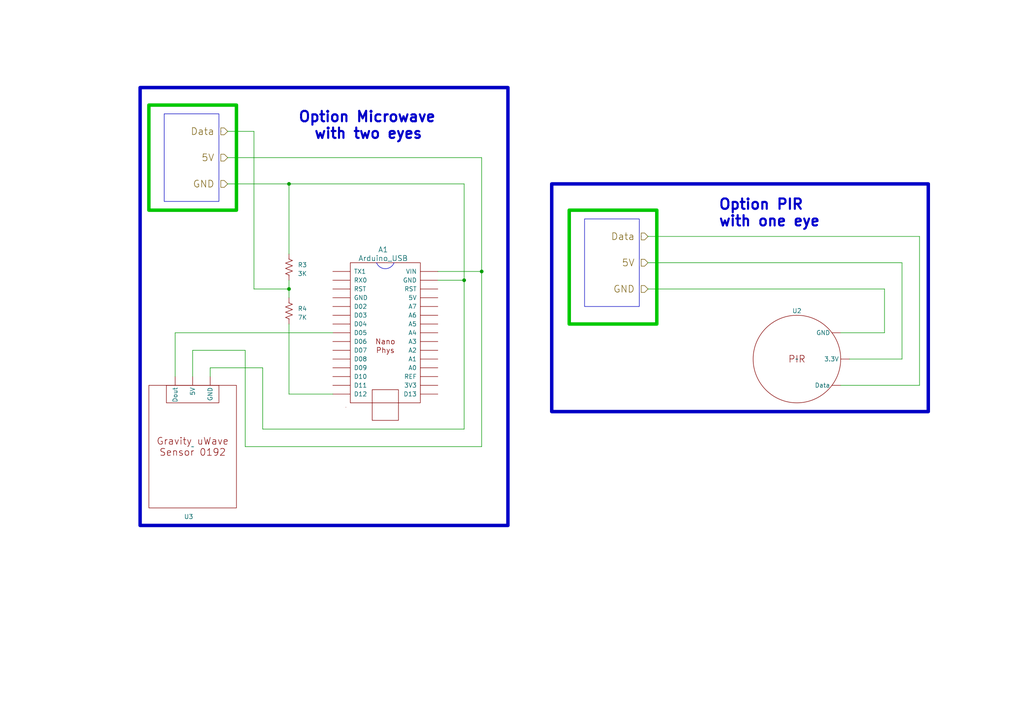
<source format=kicad_sch>
(kicad_sch (version 20230121) (generator eeschema)
  (paper "A4")
  (title_block (title "Skull-Project 1.0") (date "2024-09-19") (rev "1.0") (company "github.com/Mark-MDO47/Skull-Project") (comment 2 "NOTE: Hallowing as from display side (not connector side)"))
  (lib_symbols
    (symbol "Device:R_US" (pin_numbers hide) (pin_names (offset 0))
      (property "Reference" "R" (at 2.54 0 90))
      (property "Value" "R_US" (at -2.54 0 90))
      (symbol "R_US_0_1"
        (polyline (pts (xy 0 -2.286) (xy 0 -2.54)))
        (polyline (pts (xy 0 2.286) (xy 0 2.54)))
        (polyline (pts (xy 0 -0.762) (xy 1.016 -1.143) (xy 0 -1.524) (xy -1.016 -1.905) (xy 0 -2.286)))
        (polyline (pts (xy 0 0.762) (xy 1.016 0.381) (xy 0 0) (xy -1.016 -0.381) (xy 0 -0.762)))
        (polyline (pts (xy 0 2.286) (xy 1.016 1.905) (xy 0 1.524) (xy -1.016 1.143) (xy 0 0.762)))
      )
      (symbol "R_US_1_1"
        (pin passive line (at 0 3.81 270) (length 1.27) (name "~") (number "1"))
        (pin passive line (at 0 -3.81 90) (length 1.27) (name "~") (number "2"))
      )
    )
    (symbol "PIR_2" (pin_numbers hide)
      (property "Reference" "U" (at 0 15.24 0))
      (symbol "PIR_2_0_1"
        (circle (center 0 0) (radius 12.7))
      )
      (symbol "PIR_2_1_1"
        (text "PIR" (at 0 0 0) (effects (font (size 2 2))))
        (pin power_in line (at 15.24 0 180) (length 2.54) (name "3.3V") (number ""))
        (pin output line (at 12.7 -7.62 180) (length 2.54) (name "Data") (number ""))
        (pin power_in line (at 12.7 7.62 180) (length 2.54) (name "GND") (number ""))
      )
    )
    (symbol "mdoLibrary:Arduino_USB" (pin_names (offset 1.016))
      (property "Reference" "A" (at 0 0 0))
      (property "Value" "Arduino_USB" (at 0 2.54 90))
      (symbol "Arduino_USB_0_0"
        (rectangle (start -10.16 20.32) (end 10.16 -20.32))
        (text "Nano" (at 0 -2.54 0) (effects (font (size 1.524 1.524))))
        (text "Phys" (at 0 -5.08 0) (effects (font (size 1.524 1.524))))
      )
      (symbol "Arduino_USB_0_1"
        (rectangle (start -11.43 -21.59) (end -11.43 -21.59))
        (rectangle (start 3.81 -25.4) (end -3.81 -16.51))
      )
      (symbol "Arduino_USB_1_1"
        (pin input line (at 15.24 -15.24 180) (length 5.08) (name "3V3") (number "~"))
        (pin input line (at 15.24 10.16 180) (length 5.08) (name "5V") (number "~"))
        (pin input line (at 15.24 -10.16 180) (length 5.08) (name "A0") (number "~"))
        (pin input line (at 15.24 -7.62 180) (length 5.08) (name "A1") (number "~"))
        (pin input line (at 15.24 -5.08 180) (length 5.08) (name "A2") (number "~"))
        (pin input line (at 15.24 -2.54 180) (length 5.08) (name "A3") (number "~"))
        (pin input line (at 15.24 0 180) (length 5.08) (name "A4") (number "~"))
        (pin input line (at 15.24 2.54 180) (length 5.08) (name "A5") (number "~"))
        (pin input line (at 15.24 5.08 180) (length 5.08) (name "A6") (number "~"))
        (pin input line (at 15.24 7.62 180) (length 5.08) (name "A7") (number "~"))
        (pin input line (at -15.24 7.62 0) (length 5.08) (name "D02") (number "~"))
        (pin input line (at -15.24 5.08 0) (length 5.08) (name "D03") (number "~"))
        (pin input line (at -15.24 2.54 0) (length 5.08) (name "D04") (number "~"))
        (pin input line (at -15.24 0 0) (length 5.08) (name "D05") (number "~"))
        (pin input line (at -15.24 -2.54 0) (length 5.08) (name "D06") (number "~"))
        (pin input line (at -15.24 -5.08 0) (length 5.08) (name "D07") (number "~"))
        (pin input line (at -15.24 -7.62 0) (length 5.08) (name "D08") (number "~"))
        (pin input line (at -15.24 -10.16 0) (length 5.08) (name "D09") (number "~"))
        (pin input line (at -15.24 -12.7 0) (length 5.08) (name "D10") (number "~"))
        (pin input line (at -15.24 -15.24 0) (length 5.08) (name "D11") (number "~"))
        (pin input line (at -15.24 -17.78 0) (length 5.08) (name "D12") (number "~"))
        (pin input line (at 15.24 -17.78 180) (length 5.08) (name "D13") (number "~"))
        (pin input line (at -15.24 10.16 0) (length 5.08) (name "GND") (number "~"))
        (pin input line (at 15.24 15.24 180) (length 5.08) (name "GND") (number "~"))
        (pin input line (at 15.24 -12.7 180) (length 5.08) (name "REF") (number "~"))
        (pin input line (at -15.24 12.7 0) (length 5.08) (name "RST") (number "~"))
        (pin input line (at 15.24 12.7 180) (length 5.08) (name "RST") (number "~"))
        (pin input line (at -15.24 15.24 0) (length 5.08) (name "RX0") (number "~"))
        (pin input line (at -15.24 17.78 0) (length 5.08) (name "TX1") (number "~"))
        (pin input line (at 15.24 17.78 180) (length 5.08) (name "VIN") (number "~"))
      )
    )
    (symbol "mdoLibrary:U" (pin_numbers hide)
      (property "Reference" "U" (at 0 -20.32 0))
      (symbol "U_0_1"
        (rectangle (start -12.7 17.78) (end 12.7 -17.78))
      )
      (symbol "U_1_1"
        (rectangle (start -7.62 17.78) (end 7.62 12.7))
        (text "Gravity uWave\nSensor 0192" (at 0 0 0) (effects (font (size 2 2))))
        (pin input line (at 0 20.32 270) (length 2.54) (name "5V") (number ""))
        (pin output line (at -5.08 20.32 270) (length 2.54) (name "Dout") (number ""))
        (pin input line (at 5.08 20.32 270) (length 2.54) (name "GND") (number ""))
      )
    )
  )
  (junction (at 139.7 78.74))
  (junction (at 83.82 53.34))
  (junction (at 83.82 83.82))
  (junction (at 134.62 81.28))
  (wire (pts (xy 96.52 96.52) (xy 50.8 96.52)))
  (wire (pts (xy 134.62 81.28) (xy 134.62 124.46)))
  (wire (pts (xy 266.7 68.58) (xy 266.7 111.76)))
  (wire (pts (xy 187.96 83.82) (xy 256.54 83.82)))
  (wire (pts (xy 76.2 106.68) (xy 60.96 106.68)))
  (wire (pts (xy 66.04 38.1) (xy 73.66 38.1)))
  (wire (pts (xy 71.12 129.54) (xy 71.12 101.6)))
  (wire (pts (xy 261.62 104.14) (xy 246.38 104.14)))
  (wire (pts (xy 76.2 124.46) (xy 134.62 124.46)))
  (wire (pts (xy 261.62 76.2) (xy 261.62 104.14)))
  (wire (pts (xy 60.96 106.68) (xy 60.96 109.22)))
  (wire (pts (xy 139.7 45.72) (xy 139.7 78.74)))
  (wire (pts (xy 139.7 78.74) (xy 139.7 129.54)))
  (wire (pts (xy 256.54 96.52) (xy 243.84 96.52)))
  (wire (pts (xy 266.7 111.76) (xy 243.84 111.76)))
  (wire (pts (xy 71.12 101.6) (xy 55.88 101.6)))
  (wire (pts (xy 139.7 78.74) (xy 127 78.74)))
  (wire (pts (xy 83.82 83.82) (xy 73.66 83.82)))
  (wire (pts (xy 134.62 53.34) (xy 134.62 81.28)))
  (wire (pts (xy 83.82 53.34) (xy 83.82 73.66)))
  (wire (pts (xy 256.54 83.82) (xy 256.54 96.52)))
  (wire (pts (xy 73.66 38.1) (xy 73.66 83.82)))
  (wire (pts (xy 83.82 53.34) (xy 134.62 53.34)))
  (wire (pts (xy 139.7 129.54) (xy 71.12 129.54)))
  (wire (pts (xy 83.82 93.98) (xy 83.82 114.3)))
  (wire (pts (xy 96.52 114.3) (xy 83.82 114.3)))
  (wire (pts (xy 83.82 83.82) (xy 83.82 86.36)))
  (wire (pts (xy 66.04 45.72) (xy 139.7 45.72)))
  (wire (pts (xy 187.96 76.2) (xy 261.62 76.2)))
  (wire (pts (xy 127 81.28) (xy 134.62 81.28)))
  (wire (pts (xy 50.8 96.52) (xy 50.8 109.22)))
  (wire (pts (xy 66.04 53.34) (xy 83.82 53.34)))
  (wire (pts (xy 187.96 68.58) (xy 266.7 68.58)))
  (wire (pts (xy 55.88 101.6) (xy 55.88 109.22)))
  (wire (pts (xy 83.82 81.28) (xy 83.82 83.82)))
  (wire (pts (xy 76.2 106.68) (xy 76.2 124.46)))
  (rectangle (start 40.64 25.4) (end 147.32 152.4) (stroke (width 1)))
  (rectangle (start 165.1 60.96) (end 190.5 93.98) (stroke (width 1) (color 0 194 0 1)))
  (rectangle (start 160.02 53.34) (end 269.24 119.38) (stroke (width 1)))
  (arc (start 114.3 76.2) (mid 111.76 77.9333) (end 109.22 76.2))
  (rectangle (start 186.055 68.58) (end 186.055 68.58))
  (rectangle (start 169.545 63.5) (end 185.42 88.9))
  (rectangle (start 64.135 38.1) (end 64.135 38.1))
  (rectangle (start 47.625 33.02) (end 63.5 58.42))
  (rectangle (start 43.18 30.48) (end 68.58 60.96) (stroke (width 1) (color 0 194 0 1)))
  (text "Option Microwave\n  with two eyes" (at 86.36 40.64 0) (effects (font (size 3 3) (thickness 0.6) bold) (justify left bottom)))
  (text "Option PIR\nwith one eye" (at 208.28 66.04 0) (effects (font (size 3 3) (thickness 0.6) bold) (justify left bottom)))
  (hierarchical_label "GND " (shape input) (at 187.96 83.82 180) (effects (font (size 2 2))))
  (hierarchical_label "Data " (shape input) (at 66.04 38.1 180) (effects (font (size 2 2))))
  (hierarchical_label "GND " (shape input) (at 66.04 53.34 180) (effects (font (size 2 2))))
  (hierarchical_label "Data " (shape input) (at 187.96 68.58 180) (effects (font (size 2 2))))
  (hierarchical_label "5V " (shape input) (at 66.04 45.72 180) (effects (font (size 2 2))))
  (hierarchical_label "5V " (shape input) (at 187.96 76.2 180) (effects (font (size 2 2))))
  (symbol (lib_name "PIR_2") (lib_id "mdoLibrary:PIR") (at 231.14 104.14 0) (unit 1)
    (property "Reference" "U2" (at 231.14 90.17 0))
    (property "Value" "~" (at 231.14 104.14 0))
  )
  (symbol (lib_id "mdoLibrary:Arduino_USB") (at 111.76 96.52 0) (unit 1)
    (property "Reference" "A1" (at 111.125 72.39 0) (effects (font (size 1.524 1.524))))
    (property "Value" "Arduino_USB" (at 111.125 74.93 0) (effects (font (size 1.524 1.524))))
  )
  (symbol (lib_id "Device:R_US") (at 83.82 90.17 0) (unit 1)
    (property "Reference" "R4" (at 86.36 89.535 0) (effects (justify left)))
    (property "Value" "7K" (at 86.36 92.075 0) (effects (justify left)))
  )
  (symbol (lib_id "mdoLibrary:U") (at 55.88 129.54 0) (unit 1)
    (property "Reference" "U3" (at 53.34 149.86 0) (effects (justify left)))
    (property "Value" "~" (at 55.88 129.54 0))
  )
  (symbol (lib_id "Device:R_US") (at 83.82 77.47 0) (unit 1)
    (property "Reference" "R3" (at 86.36 76.835 0) (effects (justify left)))
    (property "Value" "3K" (at 86.36 79.375 0) (effects (justify left)))
  )
)
</source>
